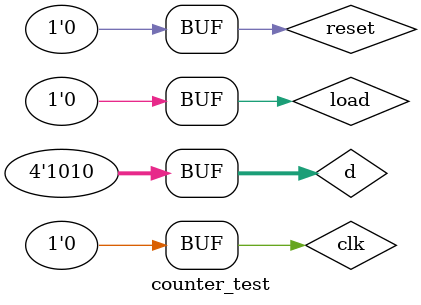
<source format=v>
module counter_test();
  reg clk, reset, load;
  reg [3:0] d;
  wire [3:0] q;

  counter c0 (clk, reset, load, d, q);

  initial begin
    $monitor("%t: clk = %b, reset = %b, load = %b, d = %b, q = %b", $time, clk, reset, load, d, q);

    // init registers
    clk = 0; reset = 0; load = 0; d = 4'b0;

    // reset counter
    reset = 1; #10; reset = 0; #10;

    // counter++
    clk = ! clk; #5; clk = ! clk; #5;
    if (q != 4'b0001) $display("failed");

    // counter++
    clk = ! clk; #5; clk = ! clk; #5;
    if (q != 4'b0010) $display("failed");

    // counter++
    clk = ! clk; #5; clk = ! clk; #5;
    if (q != 4'b0011) $display("failed");

    // load data
    d = 4'b1010; load = 1; clk = ! clk; #5;
    load = 0; clk = ! clk; #5;
    if (q != 4'b1010) $display("failed");

    // counter++
    clk = ! clk; #5; clk = ! clk; #5;
    if (q != 4'b1011) $display("failed");
  end
endmodule

</source>
